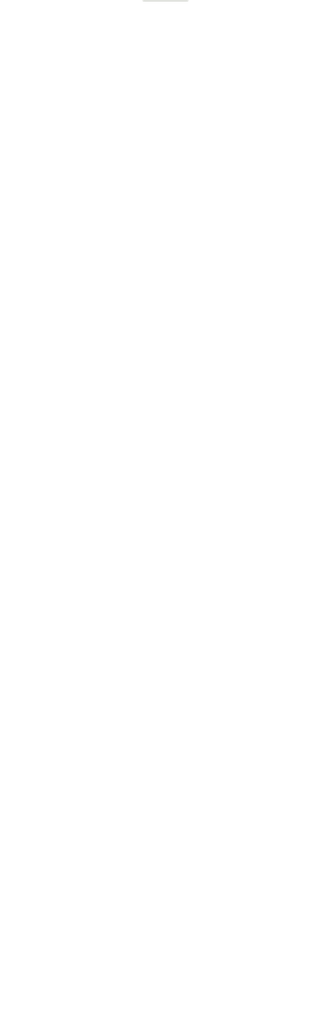
<source format=kicad_pcb>
(kicad_pcb (version 20171130) (host pcbnew "(6.0.0-rc1-dev-1532-ga0a4e5e18)")

  (general
    (thickness 1.6)
    (drawings 5)
    (tracks 0)
    (zones 0)
    (modules 0)
    (nets 1)
  )

  (page A4)
  (layers
    (0 F.Cu signal)
    (31 B.Cu signal)
    (32 B.Adhes user)
    (33 F.Adhes user)
    (34 B.Paste user)
    (35 F.Paste user)
    (36 B.SilkS user)
    (37 F.SilkS user)
    (38 B.Mask user)
    (39 F.Mask user)
    (40 Dwgs.User user)
    (41 Cmts.User user)
    (42 Eco1.User user)
    (43 Eco2.User user)
    (44 Edge.Cuts user)
    (45 Margin user)
    (46 B.CrtYd user)
    (47 F.CrtYd user)
    (48 B.Fab user)
    (49 F.Fab user)
  )

  (setup
    (last_trace_width 0.25)
    (trace_clearance 0.2)
    (zone_clearance 0.508)
    (zone_45_only no)
    (trace_min 0.2)
    (via_size 0.8)
    (via_drill 0.4)
    (via_min_size 0.4)
    (via_min_drill 0.3)
    (uvia_size 0.3)
    (uvia_drill 0.1)
    (uvias_allowed no)
    (uvia_min_size 0.2)
    (uvia_min_drill 0.1)
    (edge_width 0.05)
    (segment_width 0.2)
    (pcb_text_width 0.3)
    (pcb_text_size 1.5 1.5)
    (mod_edge_width 0.12)
    (mod_text_size 1 1)
    (mod_text_width 0.15)
    (pad_size 1.524 1.524)
    (pad_drill 0.762)
    (pad_to_mask_clearance 0.051)
    (solder_mask_min_width 0.25)
    (aux_axis_origin 0 0)
    (visible_elements 7FFFFFFF)
    (pcbplotparams
      (layerselection 0x010fc_ffffffff)
      (usegerberextensions false)
      (usegerberattributes false)
      (usegerberadvancedattributes false)
      (creategerberjobfile false)
      (excludeedgelayer true)
      (linewidth 0.150000)
      (plotframeref false)
      (viasonmask false)
      (mode 1)
      (useauxorigin false)
      (hpglpennumber 1)
      (hpglpenspeed 20)
      (hpglpendiameter 15.000000)
      (psnegative false)
      (psa4output false)
      (plotreference true)
      (plotvalue true)
      (plotinvisibletext false)
      (padsonsilk false)
      (subtractmaskfromsilk false)
      (outputformat 1)
      (mirror false)
      (drillshape 1)
      (scaleselection 1)
      (outputdirectory ""))
  )

  (net 0 "")

  (net_class Default "This is the default net class."
    (clearance 0.2)
    (trace_width 0.25)
    (via_dia 0.8)
    (via_drill 0.4)
    (uvia_dia 0.3)
    (uvia_drill 0.1)
  )

  (gr_curve (pts (xy 148.422521 171.254835) (xy 158.732016 163.565139) (xy 175.038642 112.936109) (xy 169.9 73.8)) (layer Edge.Cuts) (width 0.001))
  (gr_curve (pts (xy 145.422521 32.480307) (xy 136.150315 40.362506) (xy 129.298511 55.875882) (xy 126.945042 73.8)) (layer Edge.Cuts) (width 0.001))
  (gr_line (start 145.422521 32.480307) (end 151.422521 32.480307) (layer Edge.Cuts) (width 0.2))
  (gr_curve (pts (xy 126.945042 73.8) (xy 121.8064 112.936109) (xy 138.113026 163.565139) (xy 148.422521 171.254835)) (layer Edge.Cuts) (width 0.001))
  (gr_curve (pts (xy 169.9 73.8) (xy 167.546531 55.875882) (xy 160.694727 40.362506) (xy 151.42252 32.480307)) (layer Edge.Cuts) (width 0.001))

)

</source>
